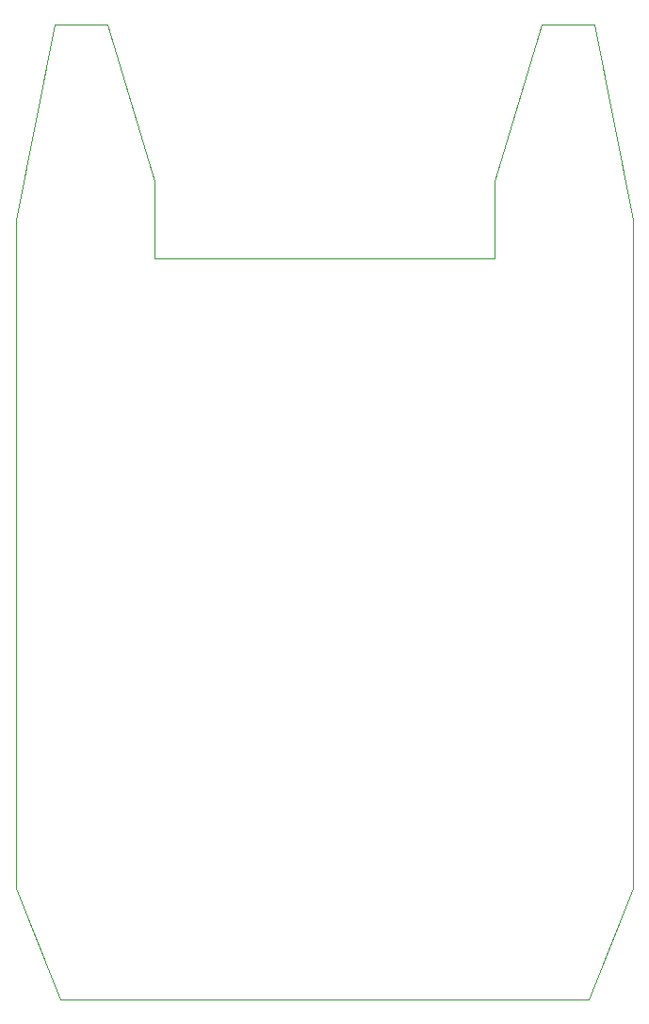
<source format=gbr>
%TF.GenerationSoftware,KiCad,Pcbnew,9.0.2*%
%TF.CreationDate,2025-05-24T18:19:02-05:00*%
%TF.ProjectId,Hack Club PCB,4861636b-2043-46c7-9562-205043422e6b,rev?*%
%TF.SameCoordinates,Original*%
%TF.FileFunction,Profile,NP*%
%FSLAX46Y46*%
G04 Gerber Fmt 4.6, Leading zero omitted, Abs format (unit mm)*
G04 Created by KiCad (PCBNEW 9.0.2) date 2025-05-24 18:19:02*
%MOMM*%
%LPD*%
G01*
G04 APERTURE LIST*
%TA.AperFunction,Profile*%
%ADD10C,0.050000*%
%TD*%
G04 APERTURE END LIST*
D10*
X148250000Y-32500000D02*
X153000000Y-32500000D01*
X109250000Y-32500000D02*
X113500000Y-46500000D01*
X156500000Y-50000000D02*
X156500000Y-91000000D01*
X101000000Y-110000000D02*
X105000000Y-120000000D01*
X156500000Y-91000000D02*
X156500000Y-110000000D01*
X156500000Y-110000000D02*
X152500000Y-120000000D01*
X105000000Y-120000000D02*
X152500000Y-120000000D01*
X113500000Y-46500000D02*
X113500000Y-53500000D01*
X104500000Y-32500000D02*
X109250000Y-32500000D01*
X156500000Y-50000000D02*
X153000000Y-32500000D01*
X101000000Y-50000000D02*
X101000000Y-91000000D01*
X113500000Y-53500000D02*
X144000000Y-53500000D01*
X144000000Y-46500000D02*
X144000000Y-53500000D01*
X148250000Y-32500000D02*
X144000000Y-46500000D01*
X101000000Y-91000000D02*
X101000000Y-110000000D01*
X101000000Y-50000000D02*
X104500000Y-32500000D01*
M02*

</source>
